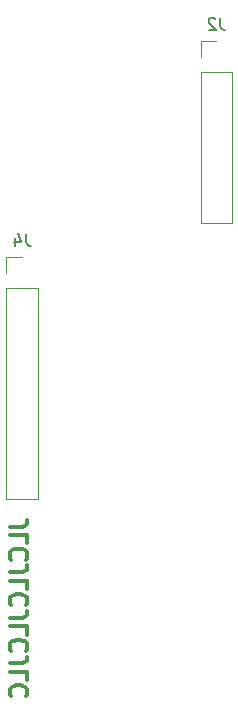
<source format=gbo>
G04 #@! TF.GenerationSoftware,KiCad,Pcbnew,7.0.1.1-36-gbcf78dbe24-dirty-deb11*
G04 #@! TF.CreationDate,2023-04-09T19:39:33+00:00*
G04 #@! TF.ProjectId,RP2040-VCO,52503230-3430-42d5-9643-4f2e6b696361,rev?*
G04 #@! TF.SameCoordinates,Original*
G04 #@! TF.FileFunction,Legend,Bot*
G04 #@! TF.FilePolarity,Positive*
%FSLAX46Y46*%
G04 Gerber Fmt 4.6, Leading zero omitted, Abs format (unit mm)*
G04 Created by KiCad (PCBNEW 7.0.1.1-36-gbcf78dbe24-dirty-deb11) date 2023-04-09 19:39:33*
%MOMM*%
%LPD*%
G01*
G04 APERTURE LIST*
%ADD10C,0.300000*%
%ADD11C,0.150000*%
%ADD12C,0.120000*%
%ADD13R,1.930000X1.830000*%
%ADD14C,2.130000*%
%ADD15C,4.000000*%
%ADD16C,1.800000*%
%ADD17C,1.500000*%
%ADD18C,1.524000*%
%ADD19C,3.200000*%
%ADD20O,3.200000X5.000000*%
%ADD21R,1.700000X1.700000*%
%ADD22O,1.700000X1.700000*%
G04 APERTURE END LIST*
D10*
X74693928Y-89271428D02*
X75765357Y-89271428D01*
X75765357Y-89271428D02*
X75979642Y-89199999D01*
X75979642Y-89199999D02*
X76122500Y-89057142D01*
X76122500Y-89057142D02*
X76193928Y-88842856D01*
X76193928Y-88842856D02*
X76193928Y-88699999D01*
X76193928Y-90699999D02*
X76193928Y-89985713D01*
X76193928Y-89985713D02*
X74693928Y-89985713D01*
X76051071Y-92057142D02*
X76122500Y-91985714D01*
X76122500Y-91985714D02*
X76193928Y-91771428D01*
X76193928Y-91771428D02*
X76193928Y-91628571D01*
X76193928Y-91628571D02*
X76122500Y-91414285D01*
X76122500Y-91414285D02*
X75979642Y-91271428D01*
X75979642Y-91271428D02*
X75836785Y-91199999D01*
X75836785Y-91199999D02*
X75551071Y-91128571D01*
X75551071Y-91128571D02*
X75336785Y-91128571D01*
X75336785Y-91128571D02*
X75051071Y-91199999D01*
X75051071Y-91199999D02*
X74908214Y-91271428D01*
X74908214Y-91271428D02*
X74765357Y-91414285D01*
X74765357Y-91414285D02*
X74693928Y-91628571D01*
X74693928Y-91628571D02*
X74693928Y-91771428D01*
X74693928Y-91771428D02*
X74765357Y-91985714D01*
X74765357Y-91985714D02*
X74836785Y-92057142D01*
X74693928Y-93128571D02*
X75765357Y-93128571D01*
X75765357Y-93128571D02*
X75979642Y-93057142D01*
X75979642Y-93057142D02*
X76122500Y-92914285D01*
X76122500Y-92914285D02*
X76193928Y-92699999D01*
X76193928Y-92699999D02*
X76193928Y-92557142D01*
X76193928Y-94557142D02*
X76193928Y-93842856D01*
X76193928Y-93842856D02*
X74693928Y-93842856D01*
X76051071Y-95914285D02*
X76122500Y-95842857D01*
X76122500Y-95842857D02*
X76193928Y-95628571D01*
X76193928Y-95628571D02*
X76193928Y-95485714D01*
X76193928Y-95485714D02*
X76122500Y-95271428D01*
X76122500Y-95271428D02*
X75979642Y-95128571D01*
X75979642Y-95128571D02*
X75836785Y-95057142D01*
X75836785Y-95057142D02*
X75551071Y-94985714D01*
X75551071Y-94985714D02*
X75336785Y-94985714D01*
X75336785Y-94985714D02*
X75051071Y-95057142D01*
X75051071Y-95057142D02*
X74908214Y-95128571D01*
X74908214Y-95128571D02*
X74765357Y-95271428D01*
X74765357Y-95271428D02*
X74693928Y-95485714D01*
X74693928Y-95485714D02*
X74693928Y-95628571D01*
X74693928Y-95628571D02*
X74765357Y-95842857D01*
X74765357Y-95842857D02*
X74836785Y-95914285D01*
X74693928Y-96985714D02*
X75765357Y-96985714D01*
X75765357Y-96985714D02*
X75979642Y-96914285D01*
X75979642Y-96914285D02*
X76122500Y-96771428D01*
X76122500Y-96771428D02*
X76193928Y-96557142D01*
X76193928Y-96557142D02*
X76193928Y-96414285D01*
X76193928Y-98414285D02*
X76193928Y-97699999D01*
X76193928Y-97699999D02*
X74693928Y-97699999D01*
X76051071Y-99771428D02*
X76122500Y-99700000D01*
X76122500Y-99700000D02*
X76193928Y-99485714D01*
X76193928Y-99485714D02*
X76193928Y-99342857D01*
X76193928Y-99342857D02*
X76122500Y-99128571D01*
X76122500Y-99128571D02*
X75979642Y-98985714D01*
X75979642Y-98985714D02*
X75836785Y-98914285D01*
X75836785Y-98914285D02*
X75551071Y-98842857D01*
X75551071Y-98842857D02*
X75336785Y-98842857D01*
X75336785Y-98842857D02*
X75051071Y-98914285D01*
X75051071Y-98914285D02*
X74908214Y-98985714D01*
X74908214Y-98985714D02*
X74765357Y-99128571D01*
X74765357Y-99128571D02*
X74693928Y-99342857D01*
X74693928Y-99342857D02*
X74693928Y-99485714D01*
X74693928Y-99485714D02*
X74765357Y-99700000D01*
X74765357Y-99700000D02*
X74836785Y-99771428D01*
X74693928Y-100842857D02*
X75765357Y-100842857D01*
X75765357Y-100842857D02*
X75979642Y-100771428D01*
X75979642Y-100771428D02*
X76122500Y-100628571D01*
X76122500Y-100628571D02*
X76193928Y-100414285D01*
X76193928Y-100414285D02*
X76193928Y-100271428D01*
X76193928Y-102271428D02*
X76193928Y-101557142D01*
X76193928Y-101557142D02*
X74693928Y-101557142D01*
X76051071Y-103628571D02*
X76122500Y-103557143D01*
X76122500Y-103557143D02*
X76193928Y-103342857D01*
X76193928Y-103342857D02*
X76193928Y-103200000D01*
X76193928Y-103200000D02*
X76122500Y-102985714D01*
X76122500Y-102985714D02*
X75979642Y-102842857D01*
X75979642Y-102842857D02*
X75836785Y-102771428D01*
X75836785Y-102771428D02*
X75551071Y-102700000D01*
X75551071Y-102700000D02*
X75336785Y-102700000D01*
X75336785Y-102700000D02*
X75051071Y-102771428D01*
X75051071Y-102771428D02*
X74908214Y-102842857D01*
X74908214Y-102842857D02*
X74765357Y-102985714D01*
X74765357Y-102985714D02*
X74693928Y-103200000D01*
X74693928Y-103200000D02*
X74693928Y-103342857D01*
X74693928Y-103342857D02*
X74765357Y-103557143D01*
X74765357Y-103557143D02*
X74836785Y-103628571D01*
D11*
X92533333Y-46192619D02*
X92533333Y-46906904D01*
X92533333Y-46906904D02*
X92580952Y-47049761D01*
X92580952Y-47049761D02*
X92676190Y-47145000D01*
X92676190Y-47145000D02*
X92819047Y-47192619D01*
X92819047Y-47192619D02*
X92914285Y-47192619D01*
X92104761Y-46287857D02*
X92057142Y-46240238D01*
X92057142Y-46240238D02*
X91961904Y-46192619D01*
X91961904Y-46192619D02*
X91723809Y-46192619D01*
X91723809Y-46192619D02*
X91628571Y-46240238D01*
X91628571Y-46240238D02*
X91580952Y-46287857D01*
X91580952Y-46287857D02*
X91533333Y-46383095D01*
X91533333Y-46383095D02*
X91533333Y-46478333D01*
X91533333Y-46478333D02*
X91580952Y-46621190D01*
X91580952Y-46621190D02*
X92152380Y-47192619D01*
X92152380Y-47192619D02*
X91533333Y-47192619D01*
X76083333Y-64492619D02*
X76083333Y-65206904D01*
X76083333Y-65206904D02*
X76130952Y-65349761D01*
X76130952Y-65349761D02*
X76226190Y-65445000D01*
X76226190Y-65445000D02*
X76369047Y-65492619D01*
X76369047Y-65492619D02*
X76464285Y-65492619D01*
X75178571Y-64825952D02*
X75178571Y-65492619D01*
X75416666Y-64445000D02*
X75654761Y-65159285D01*
X75654761Y-65159285D02*
X75035714Y-65159285D01*
D12*
X93530000Y-63530000D02*
X90870000Y-63530000D01*
X93530000Y-50770000D02*
X93530000Y-63530000D01*
X93530000Y-50770000D02*
X90870000Y-50770000D01*
X92200000Y-48170000D02*
X90870000Y-48170000D01*
X90870000Y-50770000D02*
X90870000Y-63530000D01*
X90870000Y-48170000D02*
X90870000Y-49500000D01*
X77080000Y-86910000D02*
X74420000Y-86910000D01*
X77080000Y-69070000D02*
X77080000Y-86910000D01*
X77080000Y-69070000D02*
X74420000Y-69070000D01*
X75750000Y-66470000D02*
X74420000Y-66470000D01*
X74420000Y-69070000D02*
X74420000Y-86910000D01*
X74420000Y-66470000D02*
X74420000Y-67800000D01*
%LPC*%
D13*
X89000000Y-133600000D03*
D14*
X89000000Y-145000000D03*
X89000000Y-136700000D03*
D13*
X79000000Y-133600000D03*
D14*
X79000000Y-145000000D03*
X79000000Y-136700000D03*
D13*
X79000000Y-119100000D03*
D14*
X79000000Y-130500000D03*
X79000000Y-122200000D03*
D15*
X79600000Y-43000000D03*
X88400000Y-43000000D03*
D16*
X86500000Y-50000000D03*
X84000000Y-50000000D03*
X81500000Y-50000000D03*
D17*
X86460000Y-125500000D03*
D18*
X86460000Y-128040000D03*
X86460000Y-122960000D03*
X91540000Y-128040000D03*
X91540000Y-122960000D03*
X89000000Y-122800000D03*
X89000000Y-128200000D03*
D19*
X90500000Y-96000000D03*
D20*
X88700000Y-111500000D03*
X84000000Y-111500000D03*
X79300000Y-111500000D03*
D15*
X79560000Y-63500000D03*
X88360000Y-63500000D03*
D16*
X86460000Y-70500000D03*
X83960000Y-70500000D03*
X81460000Y-70500000D03*
D15*
X79600000Y-84050000D03*
X88400000Y-84050000D03*
D16*
X86500000Y-91050000D03*
X84000000Y-91050000D03*
X81500000Y-91050000D03*
D21*
X92200000Y-49500000D03*
D22*
X92200000Y-52040000D03*
X92200000Y-54580000D03*
X92200000Y-57120000D03*
X92200000Y-59660000D03*
X92200000Y-62200000D03*
D21*
X75750000Y-67800000D03*
D22*
X75750000Y-70340000D03*
X75750000Y-72880000D03*
X75750000Y-75420000D03*
X75750000Y-77960000D03*
X75750000Y-80500000D03*
X75750000Y-83040000D03*
X75750000Y-85580000D03*
M02*

</source>
